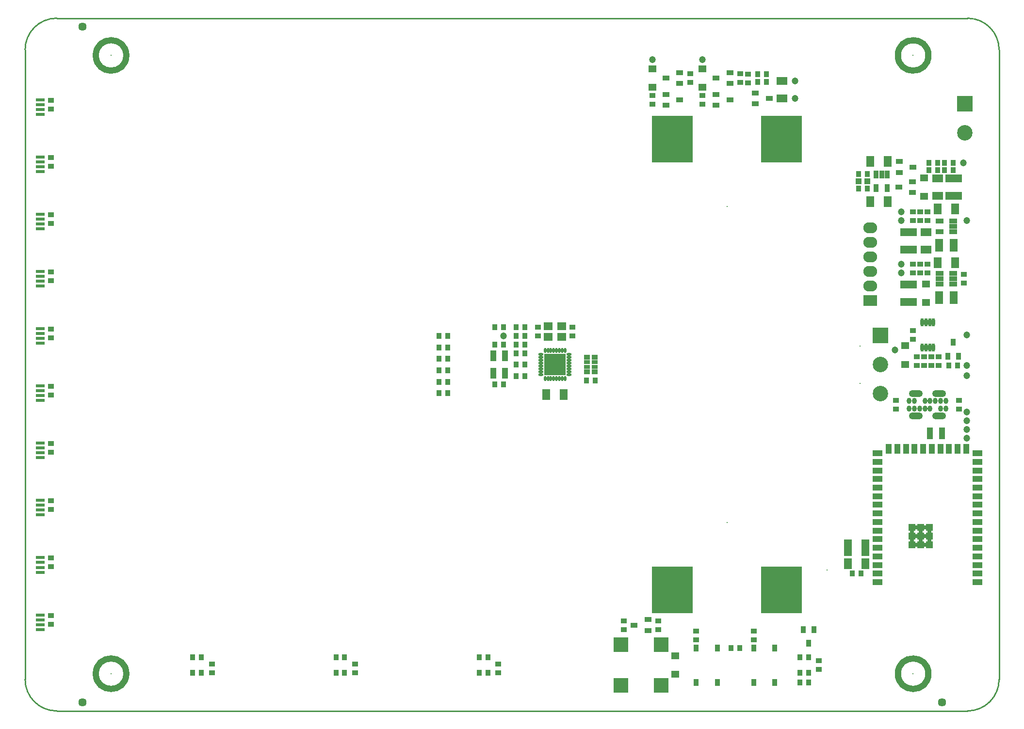
<source format=gbs>
G04*
G04 #@! TF.GenerationSoftware,Altium Limited,Altium Designer,22.2.1 (43)*
G04*
G04 Layer_Color=16711935*
%FSLAX25Y25*%
%MOIN*%
G70*
G04*
G04 #@! TF.SameCoordinates,848C5CEF-A0A5-40A2-882F-BA2EA4B76D18*
G04*
G04*
G04 #@! TF.FilePolarity,Negative*
G04*
G01*
G75*
%ADD10C,0.01000*%
%ADD12C,0.00800*%
%ADD13C,0.05701*%
%ADD14C,0.10642*%
%ADD15R,0.10642X0.10642*%
%ADD16R,0.10642X0.10642*%
%ADD17O,0.03359X0.04147*%
%ADD18O,0.09461X0.04934*%
%ADD19O,0.09461X0.07493*%
%ADD20R,0.09461X0.07493*%
%ADD72C,0.04339*%
%ADD73C,0.04737*%
%ADD74R,0.04300X0.03300*%
%ADD75R,0.03753X0.04343*%
%ADD76R,0.03300X0.04300*%
%ADD77R,0.14973X0.14973*%
%ADD78O,0.03753X0.01784*%
%ADD79O,0.01784X0.03753*%
%ADD80R,0.03556X0.05524*%
%ADD81R,0.05300X0.07800*%
%ADD82R,0.03950X0.03950*%
%ADD83R,0.04737X0.03556*%
%ADD84R,0.05524X0.04737*%
%ADD85R,0.05918X0.02454*%
%ADD86R,0.07800X0.05300*%
%ADD87R,0.05721X0.08674*%
%ADD88R,0.11800X0.05300*%
%ADD89R,0.05524X0.03556*%
%ADD90O,0.02375X0.05761*%
%ADD91R,0.04300X0.07300*%
%ADD92R,0.03556X0.04737*%
%ADD93R,0.03950X0.02572*%
%ADD94R,0.05300X0.11800*%
%ADD95R,0.09855X0.09855*%
%ADD96R,0.06312X0.05524*%
%ADD97R,0.03950X0.03359*%
%ADD98R,0.03950X0.02769*%
%ADD99R,0.28359X0.32296*%
%ADD100R,0.05131X0.05131*%
%ADD101R,0.06706X0.04343*%
%ADD102R,0.04343X0.06706*%
%ADD103C,0.02965*%
D10*
X-334646Y-216535D02*
G03*
X-312992Y-238189I21654J0D01*
G01*
X312992D02*
G03*
X334646Y-216535I0J21654D01*
G01*
Y216535D02*
G03*
X312992Y238189I-21654J0D01*
G01*
X-312992D02*
G03*
X-334646Y216535I0J-21654D01*
G01*
X-312992Y-238189D02*
X0Y-238189D01*
X-334646Y-216535D02*
X-334646Y0D01*
X334646D02*
X334646Y-216535D01*
X0Y-238189D02*
X312992Y-238189D01*
X0Y238189D02*
X312992Y238189D01*
X334646Y0D02*
X334646Y216535D01*
X-334646D02*
X-334646Y0D01*
X-312992Y238189D02*
X0Y238189D01*
D12*
X275590Y212598D02*
D03*
X-275590D02*
D03*
X275590Y-212598D02*
D03*
X-275590D02*
D03*
X238976Y12795D02*
D03*
Y-12795D02*
D03*
X216535Y-141142D02*
D03*
X147638Y-108661D02*
D03*
Y108661D02*
D03*
D13*
X295276Y-232283D02*
D03*
X-295276D02*
D03*
Y232283D02*
D03*
D14*
X252953Y-20000D02*
D03*
Y0D02*
D03*
X311024Y159291D02*
D03*
D15*
X252953Y20000D02*
D03*
D16*
X311024Y179291D02*
D03*
D17*
X272638Y-30315D02*
D03*
X276378D02*
D03*
X283661D02*
D03*
X280118D02*
D03*
X298228D02*
D03*
X294488D02*
D03*
X287205D02*
D03*
X298228Y-24803D02*
D03*
X294488D02*
D03*
X287205D02*
D03*
X290748D02*
D03*
X272638D02*
D03*
X276378D02*
D03*
X283661D02*
D03*
D18*
X293307Y-19961D02*
D03*
X277559D02*
D03*
Y-35157D02*
D03*
X293307D02*
D03*
D19*
X246063Y93898D02*
D03*
Y83898D02*
D03*
Y73898D02*
D03*
Y63898D02*
D03*
Y53898D02*
D03*
D20*
Y43898D02*
D03*
D72*
X286067Y212598D02*
G03*
X286067Y212598I-10476J0D01*
G01*
X-265114D02*
G03*
X-265114Y212598I-10476J0D01*
G01*
X286067Y-212598D02*
G03*
X286067Y-212598I-10476J0D01*
G01*
X-265114D02*
G03*
X-265114Y-212598I-10476J0D01*
G01*
D73*
X-5906Y19685D02*
D03*
X312500Y-7500D02*
D03*
X262989Y10024D02*
D03*
X312500Y99000D02*
D03*
X310039Y138780D02*
D03*
X312500Y-50500D02*
D03*
Y-38500D02*
D03*
Y-32500D02*
D03*
Y-44500D02*
D03*
X194346Y183071D02*
D03*
Y194882D02*
D03*
X312500Y-500D02*
D03*
X267500Y63000D02*
D03*
Y69000D02*
D03*
Y99000D02*
D03*
X267498Y105047D02*
D03*
X312500Y20500D02*
D03*
X130906Y209646D02*
D03*
X96457D02*
D03*
D74*
X-9449Y-212055D02*
D03*
Y-206055D02*
D03*
X-206299Y-212055D02*
D03*
Y-206055D02*
D03*
X-107874Y-212055D02*
D03*
Y-206055D02*
D03*
X156874Y193968D02*
D03*
Y199968D02*
D03*
X130905Y178968D02*
D03*
Y184968D02*
D03*
X122457Y193968D02*
D03*
Y199968D02*
D03*
X96488Y178968D02*
D03*
Y184968D02*
D03*
X275472Y63047D02*
D03*
Y69047D02*
D03*
X285472Y99047D02*
D03*
Y105047D02*
D03*
X275472Y99047D02*
D03*
Y105047D02*
D03*
X280472Y105047D02*
D03*
Y99047D02*
D03*
X283173Y-465D02*
D03*
Y5535D02*
D03*
X288173Y-465D02*
D03*
Y5535D02*
D03*
X293173Y5536D02*
D03*
Y-465D02*
D03*
X275590Y17472D02*
D03*
Y23472D02*
D03*
X278173Y5536D02*
D03*
Y-465D02*
D03*
X280472Y69047D02*
D03*
Y63047D02*
D03*
X285472Y63047D02*
D03*
Y69047D02*
D03*
X310472Y62047D02*
D03*
Y56047D02*
D03*
X41339Y25638D02*
D03*
Y19638D02*
D03*
X17717Y19638D02*
D03*
Y25638D02*
D03*
X210630Y-209693D02*
D03*
Y-203693D02*
D03*
X165945Y-183335D02*
D03*
Y-189335D02*
D03*
X126575Y-183335D02*
D03*
Y-189335D02*
D03*
X-316929Y57728D02*
D03*
Y63728D02*
D03*
Y18358D02*
D03*
Y24358D02*
D03*
Y136468D02*
D03*
Y142468D02*
D03*
Y97098D02*
D03*
Y103098D02*
D03*
Y175838D02*
D03*
Y181839D02*
D03*
Y-99752D02*
D03*
Y-93752D02*
D03*
Y-21012D02*
D03*
Y-15012D02*
D03*
Y-60382D02*
D03*
Y-54382D02*
D03*
X162244Y199732D02*
D03*
Y193732D02*
D03*
X-316929Y-139122D02*
D03*
Y-133122D02*
D03*
X76772Y-176134D02*
D03*
Y-182134D02*
D03*
X100394Y-176134D02*
D03*
Y-182134D02*
D03*
X-316929Y-178492D02*
D03*
Y-172492D02*
D03*
X263780Y-24559D02*
D03*
Y-30559D02*
D03*
X307087Y-30559D02*
D03*
Y-24559D02*
D03*
D75*
X-16732Y-212008D02*
D03*
X-22638D02*
D03*
X-16732Y-201378D02*
D03*
X-22638D02*
D03*
X-213583Y-212008D02*
D03*
X-219488D02*
D03*
X-213583Y-201378D02*
D03*
X-219488D02*
D03*
X-115157Y-212008D02*
D03*
X-121063D02*
D03*
X-115157Y-201378D02*
D03*
X-121063D02*
D03*
X203740Y-212008D02*
D03*
X197835D02*
D03*
X203740Y-201378D02*
D03*
X197835D02*
D03*
D76*
X8906Y-0D02*
D03*
X2906D02*
D03*
X244142Y121063D02*
D03*
X238142D02*
D03*
X244142Y130905D02*
D03*
X238142D02*
D03*
X306173Y-465D02*
D03*
X300173D02*
D03*
X203787Y-218504D02*
D03*
X197787D02*
D03*
X2905Y25591D02*
D03*
X8906D02*
D03*
X8906Y13779D02*
D03*
X2906D02*
D03*
X-50244Y3937D02*
D03*
X-44244D02*
D03*
X-11858Y13780D02*
D03*
X-5858D02*
D03*
X-50244Y11811D02*
D03*
X-44244D02*
D03*
X57161Y-10799D02*
D03*
X51161D02*
D03*
X286370Y133858D02*
D03*
X292370D02*
D03*
X156543Y-194882D02*
D03*
X150543D02*
D03*
X239673Y-143701D02*
D03*
X233673D02*
D03*
X168905Y194488D02*
D03*
X174905D02*
D03*
X168905Y199606D02*
D03*
X174905D02*
D03*
X-5858Y25591D02*
D03*
X-11858D02*
D03*
X8906Y7874D02*
D03*
X2906D02*
D03*
X2905Y19685D02*
D03*
X8906D02*
D03*
X-50244Y19685D02*
D03*
X-44244D02*
D03*
X-50244Y-3937D02*
D03*
X-44244D02*
D03*
X8906Y-7874D02*
D03*
X2906D02*
D03*
X-44244Y-11811D02*
D03*
X-50244D02*
D03*
X-44244Y-19685D02*
D03*
X-50244D02*
D03*
X-5858Y-13780D02*
D03*
X-11858D02*
D03*
X297197Y133858D02*
D03*
X303197D02*
D03*
X297197Y138780D02*
D03*
X303197D02*
D03*
X286370Y138780D02*
D03*
X292370D02*
D03*
D77*
X29528Y0D02*
D03*
D78*
X39173Y984D02*
D03*
Y4921D02*
D03*
Y6890D02*
D03*
Y-984D02*
D03*
Y-2953D02*
D03*
Y-4921D02*
D03*
Y-6890D02*
D03*
Y2953D02*
D03*
X19882Y984D02*
D03*
Y-2953D02*
D03*
Y6890D02*
D03*
Y4921D02*
D03*
Y2953D02*
D03*
Y-4921D02*
D03*
Y-6890D02*
D03*
Y-984D02*
D03*
D79*
X34449Y9646D02*
D03*
X32480D02*
D03*
X30512D02*
D03*
X36417D02*
D03*
X26575D02*
D03*
X24606D02*
D03*
X28543D02*
D03*
X22638D02*
D03*
X36417Y-9646D02*
D03*
X28543D02*
D03*
X26575D02*
D03*
X22638D02*
D03*
X32480D02*
D03*
X34449D02*
D03*
X30512D02*
D03*
X24606D02*
D03*
D80*
X253937Y130709D02*
D03*
X257677Y121260D02*
D03*
X250197D02*
D03*
Y130709D02*
D03*
X257677D02*
D03*
D81*
X245969Y112205D02*
D03*
X257968D02*
D03*
X245969Y139764D02*
D03*
X257968D02*
D03*
X292472Y70047D02*
D03*
X304472D02*
D03*
Y107047D02*
D03*
X292472D02*
D03*
X23555Y-20642D02*
D03*
X35555D02*
D03*
X230720Y-136811D02*
D03*
X242721D02*
D03*
D82*
X238189Y125984D02*
D03*
X244094D02*
D03*
D83*
X140150Y196968D02*
D03*
X149598Y200709D02*
D03*
Y193228D02*
D03*
X149598Y181968D02*
D03*
X140150Y178228D02*
D03*
Y185709D02*
D03*
X105732Y196968D02*
D03*
X115181Y200709D02*
D03*
Y193228D02*
D03*
X115181Y181968D02*
D03*
X105732Y178228D02*
D03*
Y185709D02*
D03*
X167150Y186709D02*
D03*
Y179228D02*
D03*
X176598Y182968D02*
D03*
X265748Y122047D02*
D03*
X275197Y125787D02*
D03*
Y118307D02*
D03*
X83858Y-179134D02*
D03*
X93307Y-175394D02*
D03*
Y-182874D02*
D03*
X275394Y135827D02*
D03*
X265945Y132087D02*
D03*
Y139567D02*
D03*
D84*
X130905Y190591D02*
D03*
Y203346D02*
D03*
X96488Y190591D02*
D03*
Y203346D02*
D03*
X284472Y42669D02*
D03*
Y55425D02*
D03*
X270173Y12913D02*
D03*
Y158D02*
D03*
X283000Y128378D02*
D03*
Y115622D02*
D03*
X112205Y-213071D02*
D03*
Y-200315D02*
D03*
D85*
X-324213Y-96752D02*
D03*
Y-93405D02*
D03*
Y-100098D02*
D03*
Y-103445D02*
D03*
Y-57382D02*
D03*
Y-54035D02*
D03*
Y-60728D02*
D03*
Y-64075D02*
D03*
Y-136122D02*
D03*
Y-132776D02*
D03*
Y-139469D02*
D03*
Y-142815D02*
D03*
Y-175492D02*
D03*
Y-172146D02*
D03*
Y-178839D02*
D03*
Y-182185D02*
D03*
Y60728D02*
D03*
Y64075D02*
D03*
Y57382D02*
D03*
Y54035D02*
D03*
Y21358D02*
D03*
Y24705D02*
D03*
Y18012D02*
D03*
Y14665D02*
D03*
Y178839D02*
D03*
Y182185D02*
D03*
Y175492D02*
D03*
Y172146D02*
D03*
Y139469D02*
D03*
Y142815D02*
D03*
Y136122D02*
D03*
Y132776D02*
D03*
Y100098D02*
D03*
Y103445D02*
D03*
Y96752D02*
D03*
Y93405D02*
D03*
Y-18012D02*
D03*
Y-14665D02*
D03*
Y-21358D02*
D03*
Y-24705D02*
D03*
D86*
X292472Y128047D02*
D03*
Y116047D02*
D03*
X284472Y79047D02*
D03*
Y91047D02*
D03*
X185488Y182976D02*
D03*
Y194976D02*
D03*
D87*
X293453Y46047D02*
D03*
X303492D02*
D03*
X293453Y82047D02*
D03*
X303492D02*
D03*
D88*
X272472Y79047D02*
D03*
Y91047D02*
D03*
Y43047D02*
D03*
Y55047D02*
D03*
X303472Y128047D02*
D03*
Y116047D02*
D03*
D89*
X303197Y95047D02*
D03*
X293748Y91307D02*
D03*
Y98787D02*
D03*
X303197D02*
D03*
Y91307D02*
D03*
X293748Y62787D02*
D03*
Y55307D02*
D03*
X303197D02*
D03*
Y59047D02*
D03*
Y62787D02*
D03*
X293748Y59047D02*
D03*
D90*
X286961Y11874D02*
D03*
X281842D02*
D03*
X284402D02*
D03*
X289520D02*
D03*
Y29197D02*
D03*
X286961D02*
D03*
X284402D02*
D03*
X281842D02*
D03*
D91*
X-4858Y5906D02*
D03*
X-12858D02*
D03*
X-4858Y-5906D02*
D03*
X-12858D02*
D03*
D92*
X203740Y-191732D02*
D03*
X200000Y-182283D02*
D03*
X207480D02*
D03*
X126575Y-218504D02*
D03*
X141142D02*
D03*
Y-194882D02*
D03*
X126575D02*
D03*
X165945Y-218504D02*
D03*
X180512D02*
D03*
Y-194882D02*
D03*
X165945D02*
D03*
X303173Y15260D02*
D03*
X306913Y5811D02*
D03*
X299433D02*
D03*
D93*
X287205Y-44685D02*
D03*
Y-49803D02*
D03*
X295473Y-47245D02*
D03*
Y-44685D02*
D03*
Y-49803D02*
D03*
X287205Y-47243D02*
D03*
D94*
X230720Y-125984D02*
D03*
X242721D02*
D03*
D95*
X102559Y-192717D02*
D03*
Y-220669D02*
D03*
X74606Y-192717D02*
D03*
Y-220669D02*
D03*
D96*
X34252Y26378D02*
D03*
Y18898D02*
D03*
X24803Y26378D02*
D03*
Y18898D02*
D03*
D97*
X56917Y5047D02*
D03*
Y-4992D02*
D03*
X51406Y5047D02*
D03*
Y-4992D02*
D03*
D98*
X56917Y-1547D02*
D03*
Y1602D02*
D03*
X51406Y-1547D02*
D03*
Y1602D02*
D03*
D99*
X185236Y154921D02*
D03*
X110039D02*
D03*
X185236Y-154921D02*
D03*
X110039D02*
D03*
D100*
X280748Y-117913D02*
D03*
X274843D02*
D03*
X286654D02*
D03*
X274843Y-112008D02*
D03*
X280748D02*
D03*
X286654D02*
D03*
X274843Y-123819D02*
D03*
X280748D02*
D03*
X286654D02*
D03*
D101*
X250984Y-149606D02*
D03*
Y-143701D02*
D03*
Y-137795D02*
D03*
Y-131890D02*
D03*
Y-125984D02*
D03*
Y-120079D02*
D03*
Y-114173D02*
D03*
Y-108268D02*
D03*
Y-102362D02*
D03*
Y-96457D02*
D03*
Y-90551D02*
D03*
Y-84646D02*
D03*
Y-78740D02*
D03*
Y-72835D02*
D03*
Y-66929D02*
D03*
Y-61024D02*
D03*
X319882Y-149606D02*
D03*
Y-143701D02*
D03*
Y-137795D02*
D03*
Y-131890D02*
D03*
Y-125984D02*
D03*
Y-120079D02*
D03*
Y-114173D02*
D03*
Y-108268D02*
D03*
Y-102362D02*
D03*
Y-96457D02*
D03*
Y-90551D02*
D03*
Y-84646D02*
D03*
Y-78740D02*
D03*
Y-72835D02*
D03*
Y-66929D02*
D03*
Y-61024D02*
D03*
D102*
X258858Y-58071D02*
D03*
X264764D02*
D03*
X270669D02*
D03*
X276575D02*
D03*
X282480D02*
D03*
X300197D02*
D03*
X306102D02*
D03*
X312008D02*
D03*
X288386D02*
D03*
X294291D02*
D03*
D103*
X280748Y-120866D02*
D03*
X274843D02*
D03*
X286654D02*
D03*
X274843Y-114961D02*
D03*
X280748D02*
D03*
X286654D02*
D03*
X277795Y-123819D02*
D03*
X283701D02*
D03*
X277795Y-117913D02*
D03*
X283701D02*
D03*
X277795Y-112008D02*
D03*
X283701D02*
D03*
M02*

</source>
